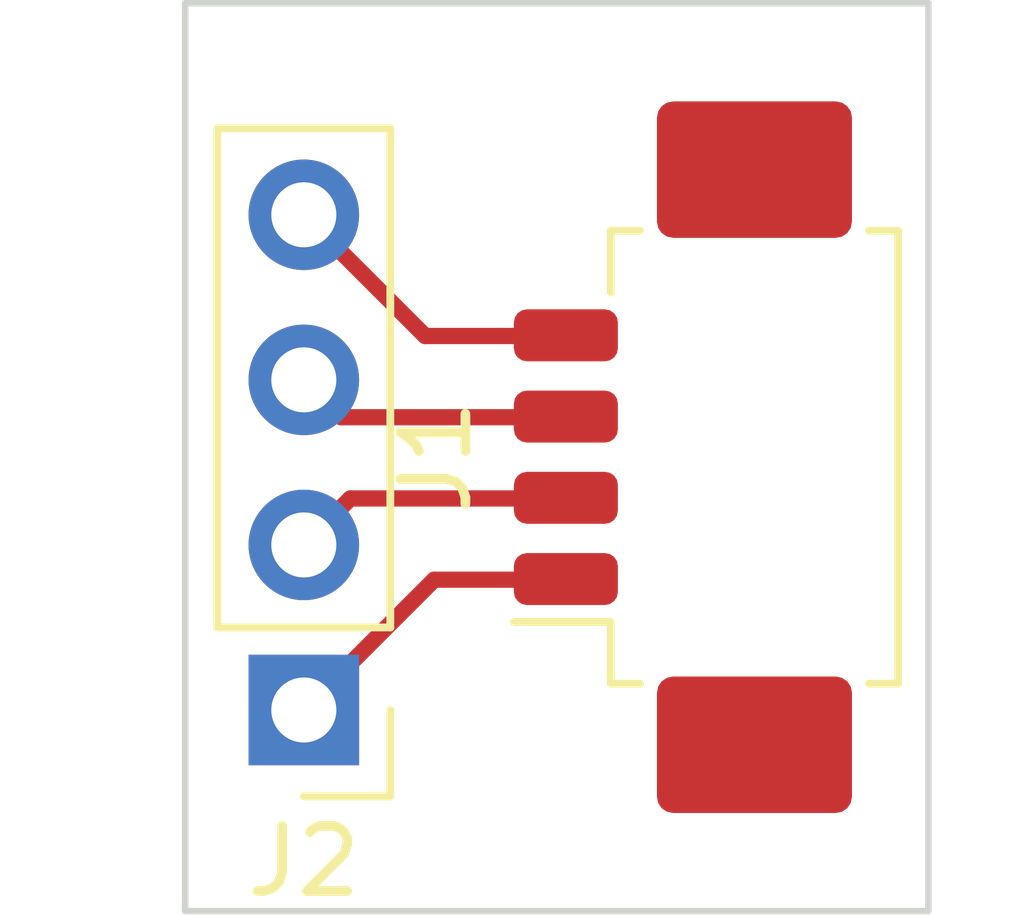
<source format=kicad_pcb>
(kicad_pcb (version 20171130) (host pcbnew 5.1.4-e60b266~84~ubuntu18.04.1)

  (general
    (thickness 1.6)
    (drawings 4)
    (tracks 8)
    (zones 0)
    (modules 2)
    (nets 5)
  )

  (page A4)
  (layers
    (0 F.Cu signal)
    (31 B.Cu signal)
    (32 B.Adhes user)
    (33 F.Adhes user)
    (34 B.Paste user)
    (35 F.Paste user)
    (36 B.SilkS user)
    (37 F.SilkS user)
    (38 B.Mask user)
    (39 F.Mask user)
    (40 Dwgs.User user)
    (41 Cmts.User user)
    (42 Eco1.User user)
    (43 Eco2.User user)
    (44 Edge.Cuts user)
    (45 Margin user)
    (46 B.CrtYd user)
    (47 F.CrtYd user)
    (48 B.Fab user)
    (49 F.Fab user)
  )

  (setup
    (last_trace_width 0.25)
    (trace_clearance 0.2)
    (zone_clearance 0.508)
    (zone_45_only no)
    (trace_min 0.2)
    (via_size 0.8)
    (via_drill 0.4)
    (via_min_size 0.4)
    (via_min_drill 0.3)
    (uvia_size 0.3)
    (uvia_drill 0.1)
    (uvias_allowed no)
    (uvia_min_size 0.2)
    (uvia_min_drill 0.1)
    (edge_width 0.05)
    (segment_width 0.2)
    (pcb_text_width 0.3)
    (pcb_text_size 1.5 1.5)
    (mod_edge_width 0.12)
    (mod_text_size 1 1)
    (mod_text_width 0.15)
    (pad_size 1.524 1.524)
    (pad_drill 0.762)
    (pad_to_mask_clearance 0.051)
    (solder_mask_min_width 0.25)
    (aux_axis_origin 0 0)
    (visible_elements FFFFFF7F)
    (pcbplotparams
      (layerselection 0x010fc_ffffffff)
      (usegerberextensions false)
      (usegerberattributes false)
      (usegerberadvancedattributes false)
      (creategerberjobfile false)
      (excludeedgelayer true)
      (linewidth 0.100000)
      (plotframeref false)
      (viasonmask false)
      (mode 1)
      (useauxorigin false)
      (hpglpennumber 1)
      (hpglpenspeed 20)
      (hpglpendiameter 15.000000)
      (psnegative false)
      (psa4output false)
      (plotreference true)
      (plotvalue true)
      (plotinvisibletext false)
      (padsonsilk false)
      (subtractmaskfromsilk false)
      (outputformat 1)
      (mirror false)
      (drillshape 0)
      (scaleselection 1)
      (outputdirectory "Gerber"))
  )

  (net 0 "")
  (net 1 "Net-(J1-Pad1)")
  (net 2 "Net-(J1-Pad2)")
  (net 3 "Net-(J1-Pad3)")
  (net 4 "Net-(J1-Pad4)")

  (net_class Default "This is the default net class."
    (clearance 0.2)
    (trace_width 0.25)
    (via_dia 0.8)
    (via_drill 0.4)
    (uvia_dia 0.3)
    (uvia_drill 0.1)
    (add_net "Net-(J1-Pad1)")
    (add_net "Net-(J1-Pad2)")
    (add_net "Net-(J1-Pad3)")
    (add_net "Net-(J1-Pad4)")
  )

  (module Connector_PinHeader_2.54mm:PinHeader_1x04_P2.54mm_Vertical (layer F.Cu) (tedit 59FED5CC) (tstamp 5CE5E830)
    (at 90.725001 57.864999 180)
    (descr "Through hole straight pin header, 1x04, 2.54mm pitch, single row")
    (tags "Through hole pin header THT 1x04 2.54mm single row")
    (path /5CE5F98D)
    (fp_text reference J2 (at 0 -2.33) (layer F.SilkS)
      (effects (font (size 1 1) (thickness 0.15)))
    )
    (fp_text value Conn_01x04 (at 0 9.95) (layer F.Fab)
      (effects (font (size 1 1) (thickness 0.15)))
    )
    (fp_line (start -0.635 -1.27) (end 1.27 -1.27) (layer F.Fab) (width 0.1))
    (fp_line (start 1.27 -1.27) (end 1.27 8.89) (layer F.Fab) (width 0.1))
    (fp_line (start 1.27 8.89) (end -1.27 8.89) (layer F.Fab) (width 0.1))
    (fp_line (start -1.27 8.89) (end -1.27 -0.635) (layer F.Fab) (width 0.1))
    (fp_line (start -1.27 -0.635) (end -0.635 -1.27) (layer F.Fab) (width 0.1))
    (fp_line (start -1.33 8.95) (end 1.33 8.95) (layer F.SilkS) (width 0.12))
    (fp_line (start -1.33 1.27) (end -1.33 8.95) (layer F.SilkS) (width 0.12))
    (fp_line (start 1.33 1.27) (end 1.33 8.95) (layer F.SilkS) (width 0.12))
    (fp_line (start -1.33 1.27) (end 1.33 1.27) (layer F.SilkS) (width 0.12))
    (fp_line (start -1.33 0) (end -1.33 -1.33) (layer F.SilkS) (width 0.12))
    (fp_line (start -1.33 -1.33) (end 0 -1.33) (layer F.SilkS) (width 0.12))
    (fp_line (start -1.8 -1.8) (end -1.8 9.4) (layer F.CrtYd) (width 0.05))
    (fp_line (start -1.8 9.4) (end 1.8 9.4) (layer F.CrtYd) (width 0.05))
    (fp_line (start 1.8 9.4) (end 1.8 -1.8) (layer F.CrtYd) (width 0.05))
    (fp_line (start 1.8 -1.8) (end -1.8 -1.8) (layer F.CrtYd) (width 0.05))
    (fp_text user %R (at 0 3.81 90) (layer F.Fab)
      (effects (font (size 1 1) (thickness 0.15)))
    )
    (pad 1 thru_hole rect (at 0 0 180) (size 1.7 1.7) (drill 1) (layers *.Cu *.Mask)
      (net 1 "Net-(J1-Pad1)"))
    (pad 2 thru_hole oval (at 0 2.54 180) (size 1.7 1.7) (drill 1) (layers *.Cu *.Mask)
      (net 2 "Net-(J1-Pad2)"))
    (pad 3 thru_hole oval (at 0 5.08 180) (size 1.7 1.7) (drill 1) (layers *.Cu *.Mask)
      (net 3 "Net-(J1-Pad3)"))
    (pad 4 thru_hole oval (at 0 7.62 180) (size 1.7 1.7) (drill 1) (layers *.Cu *.Mask)
      (net 4 "Net-(J1-Pad4)"))
    (model ${KISYS3DMOD}/Connector_PinHeader_2.54mm.3dshapes/PinHeader_1x04_P2.54mm_Vertical.wrl
      (at (xyz 0 0 0))
      (scale (xyz 1 1 1))
      (rotate (xyz 0 0 0))
    )
  )

  (module Connector_Molex:Molex_PicoBlade_53261-0471_1x04-1MP_P1.25mm_Horizontal (layer F.Cu) (tedit 5B78AD89) (tstamp 5D564A64)
    (at 97.155 53.975 90)
    (descr "Molex PicoBlade series connector, 53261-0471 (http://www.molex.com/pdm_docs/sd/532610271_sd.pdf), generated with kicad-footprint-generator")
    (tags "connector Molex PicoBlade top entry")
    (path /5CE60474)
    (attr smd)
    (fp_text reference J1 (at 0 -4.4 90) (layer F.SilkS)
      (effects (font (size 1 1) (thickness 0.15)))
    )
    (fp_text value Conn_01x05 (at 0 3.8 90) (layer F.Fab)
      (effects (font (size 1 1) (thickness 0.15)))
    )
    (fp_line (start -3.375 -1.6) (end 3.375 -1.6) (layer F.Fab) (width 0.1))
    (fp_line (start -3.485 -1.26) (end -3.485 -1.71) (layer F.SilkS) (width 0.12))
    (fp_line (start -3.485 -1.71) (end -2.535 -1.71) (layer F.SilkS) (width 0.12))
    (fp_line (start -2.535 -1.71) (end -2.535 -3.2) (layer F.SilkS) (width 0.12))
    (fp_line (start 3.485 -1.26) (end 3.485 -1.71) (layer F.SilkS) (width 0.12))
    (fp_line (start 3.485 -1.71) (end 2.535 -1.71) (layer F.SilkS) (width 0.12))
    (fp_line (start -3.485 2.26) (end -3.485 2.71) (layer F.SilkS) (width 0.12))
    (fp_line (start -3.485 2.71) (end 3.485 2.71) (layer F.SilkS) (width 0.12))
    (fp_line (start 3.485 2.71) (end 3.485 2.26) (layer F.SilkS) (width 0.12))
    (fp_line (start -3.375 2.6) (end 3.375 2.6) (layer F.Fab) (width 0.1))
    (fp_line (start -3.375 -1.6) (end -3.375 2.6) (layer F.Fab) (width 0.1))
    (fp_line (start 3.375 -1.6) (end 3.375 2.6) (layer F.Fab) (width 0.1))
    (fp_line (start -3.375 -0.6) (end -4.875 -0.6) (layer F.Fab) (width 0.1))
    (fp_line (start -4.875 -0.6) (end -5.075 -0.4) (layer F.Fab) (width 0.1))
    (fp_line (start -5.075 -0.4) (end -5.075 1.4) (layer F.Fab) (width 0.1))
    (fp_line (start -5.075 1.4) (end -4.875 1.6) (layer F.Fab) (width 0.1))
    (fp_line (start -4.875 1.6) (end -4.875 2.2) (layer F.Fab) (width 0.1))
    (fp_line (start -4.875 2.2) (end -3.375 2.2) (layer F.Fab) (width 0.1))
    (fp_line (start 3.375 -0.6) (end 4.875 -0.6) (layer F.Fab) (width 0.1))
    (fp_line (start 4.875 -0.6) (end 5.075 -0.4) (layer F.Fab) (width 0.1))
    (fp_line (start 5.075 -0.4) (end 5.075 1.4) (layer F.Fab) (width 0.1))
    (fp_line (start 5.075 1.4) (end 4.875 1.6) (layer F.Fab) (width 0.1))
    (fp_line (start 4.875 1.6) (end 4.875 2.2) (layer F.Fab) (width 0.1))
    (fp_line (start 4.875 2.2) (end 3.375 2.2) (layer F.Fab) (width 0.1))
    (fp_line (start -5.98 -3.7) (end -5.98 3.1) (layer F.CrtYd) (width 0.05))
    (fp_line (start -5.98 3.1) (end 5.98 3.1) (layer F.CrtYd) (width 0.05))
    (fp_line (start 5.98 3.1) (end 5.98 -3.7) (layer F.CrtYd) (width 0.05))
    (fp_line (start 5.98 -3.7) (end -5.98 -3.7) (layer F.CrtYd) (width 0.05))
    (fp_line (start -2.375 -1.6) (end -1.875 -0.892893) (layer F.Fab) (width 0.1))
    (fp_line (start -1.875 -0.892893) (end -1.375 -1.6) (layer F.Fab) (width 0.1))
    (fp_text user %R (at 0 1.9 90) (layer F.Fab)
      (effects (font (size 1 1) (thickness 0.15)))
    )
    (pad 1 smd roundrect (at -1.875 -2.4 90) (size 0.8 1.6) (layers F.Cu F.Paste F.Mask) (roundrect_rratio 0.25)
      (net 1 "Net-(J1-Pad1)"))
    (pad 2 smd roundrect (at -0.625 -2.4 90) (size 0.8 1.6) (layers F.Cu F.Paste F.Mask) (roundrect_rratio 0.25)
      (net 2 "Net-(J1-Pad2)"))
    (pad 3 smd roundrect (at 0.625 -2.4 90) (size 0.8 1.6) (layers F.Cu F.Paste F.Mask) (roundrect_rratio 0.25)
      (net 3 "Net-(J1-Pad3)"))
    (pad 4 smd roundrect (at 1.875 -2.4 90) (size 0.8 1.6) (layers F.Cu F.Paste F.Mask) (roundrect_rratio 0.25)
      (net 4 "Net-(J1-Pad4)"))
    (pad MP smd roundrect (at -4.425 0.5 90) (size 2.1 3) (layers F.Cu F.Paste F.Mask) (roundrect_rratio 0.119048))
    (pad MP smd roundrect (at 4.425 0.5 90) (size 2.1 3) (layers F.Cu F.Paste F.Mask) (roundrect_rratio 0.119048))
    (model ${KISYS3DMOD}/Connector_Molex.3dshapes/Molex_PicoBlade_53261-0471_1x04-1MP_P1.25mm_Horizontal.wrl
      (at (xyz 0 0 0))
      (scale (xyz 1 1 1))
      (rotate (xyz 0 0 0))
    )
  )

  (gr_line (start 100.33 60.96) (end 88.9 60.96) (layer Edge.Cuts) (width 0.1))
  (gr_line (start 100.33 46.99) (end 100.33 60.96) (layer Edge.Cuts) (width 0.1))
  (gr_line (start 88.9 46.99) (end 100.33 46.99) (layer Edge.Cuts) (width 0.1))
  (gr_line (start 88.9 60.96) (end 88.9 46.99) (layer Edge.Cuts) (width 0.1))

  (segment (start 92.73 55.86) (end 90.725001 57.864999) (width 0.25) (layer F.Cu) (net 1))
  (segment (start 95.25 55.86) (end 92.73 55.86) (width 0.25) (layer F.Cu) (net 1))
  (segment (start 91.44 54.61) (end 90.725001 55.324999) (width 0.25) (layer F.Cu) (net 2))
  (segment (start 95.25 54.61) (end 91.44 54.61) (width 0.25) (layer F.Cu) (net 2))
  (segment (start 91.300002 53.36) (end 90.725001 52.784999) (width 0.25) (layer F.Cu) (net 3))
  (segment (start 95.25 53.36) (end 91.300002 53.36) (width 0.25) (layer F.Cu) (net 3))
  (segment (start 92.590002 52.11) (end 90.725001 50.244999) (width 0.25) (layer F.Cu) (net 4) (status 1000000))
  (segment (start 95.25 52.11) (end 92.590002 52.11) (width 0.25) (layer F.Cu) (net 4) (status 1000000))

)

</source>
